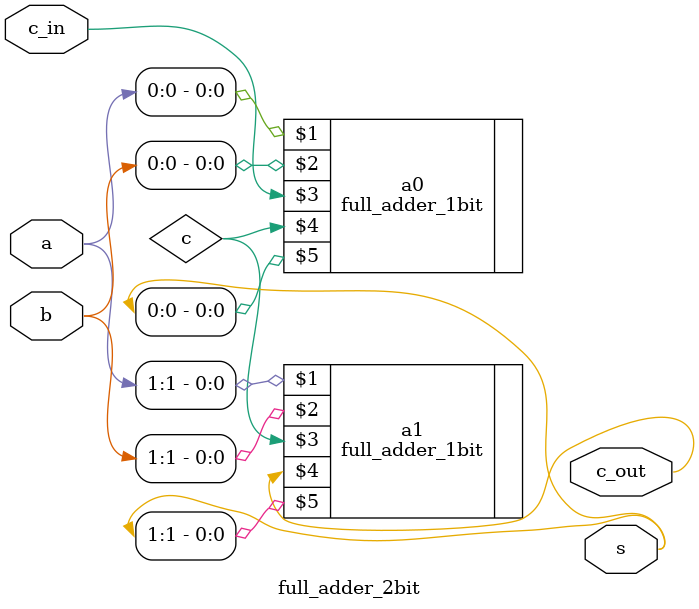
<source format=v>
`timescale 1ns / 1ps


module full_adder_2bit(input [1:0] a, b, input c_in, output c_out, output [1:0] s);
    
    wire c;
    
    full_adder_1bit a0(a[0], b[0], c_in, c, s[0]);
    full_adder_1bit a1(a[1], b[1], c, c_out, s[1]);
    

endmodule

</source>
